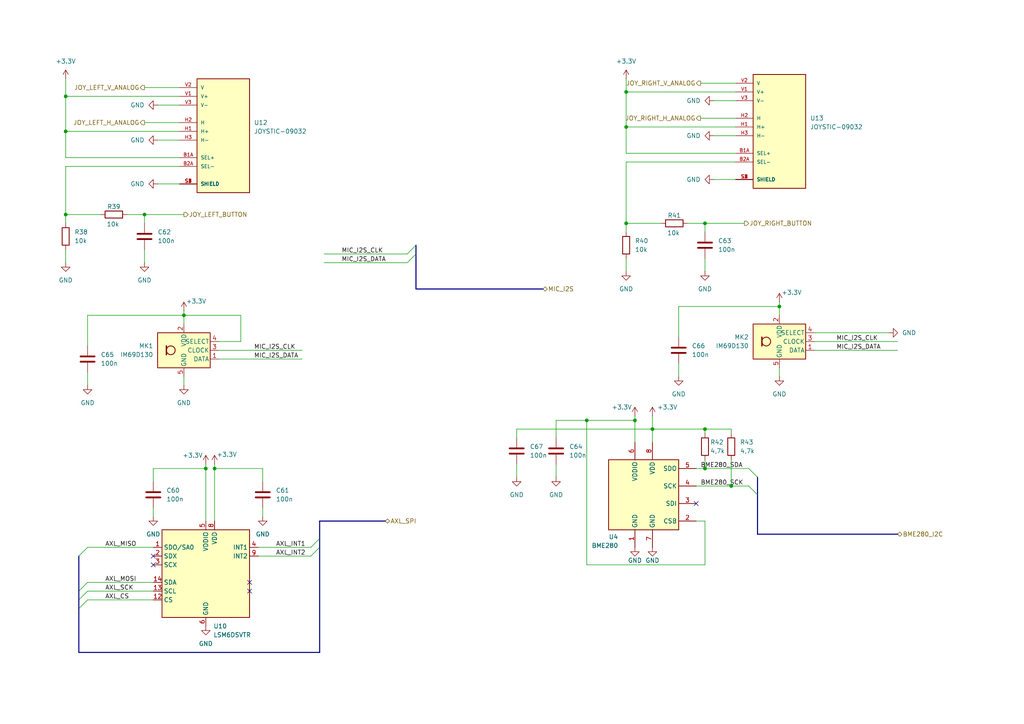
<source format=kicad_sch>
(kicad_sch (version 20231120) (generator "eeschema") (generator_version "8.0")
  (paper "A4")
  (lib_symbols
    (symbol "Device:C" (pin_numbers hide) (pin_names (offset 0.254))
      (property "Reference" "C" (at 0.635 2.54 0))
      (property "Value" "C" (at 0.635 -2.54 0))
      (symbol "C_0_1"
        (polyline (pts (xy -2.032 -0.762) (xy 2.032 -0.762)) (stroke (width 0.508)))
        (polyline (pts (xy -2.032 0.762) (xy 2.032 0.762)) (stroke (width 0.508)))
      )
      (symbol "C_1_1"
        (pin passive line (at 0 3.81 270) (length 2.794) (name "~") (number "1"))
        (pin passive line (at 0 -3.81 90) (length 2.794) (name "~") (number "2"))
      )
    )
    (symbol "Device:R" (pin_numbers hide) (pin_names (offset 0))
      (property "Reference" "R" (at 2.032 0 90))
      (property "Value" "R" (at 0 0 90))
      (symbol "R_0_1"
        (rectangle (start -1.016 -2.54) (end 1.016 2.54) (stroke (width 0.254)))
      )
      (symbol "R_1_1"
        (pin passive line (at 0 3.81 270) (length 1.27) (name "~") (number "1"))
        (pin passive line (at 0 -3.81 90) (length 1.27) (name "~") (number "2"))
      )
    )
    (symbol "Sensor:BME280"
      (property "Reference" "U" (at -8.89 11.43 0))
      (property "Value" "BME280" (at 7.62 11.43 0))
      (symbol "BME280_0_1"
        (rectangle (start -10.16 10.16) (end 10.16 -10.16) (stroke (width 0.254)) (fill (type background)))
      )
      (symbol "BME280_1_1"
        (pin power_in line (at -2.54 -15.24 90) (length 5.08) (name "GND") (number "1"))
        (pin input line (at 15.24 -7.62 180) (length 5.08) (name "CSB") (number "2"))
        (pin bidirectional line (at 15.24 -2.54 180) (length 5.08) (name "SDI") (number "3"))
        (pin input line (at 15.24 2.54 180) (length 5.08) (name "SCK") (number "4"))
        (pin bidirectional line (at 15.24 7.62 180) (length 5.08) (name "SDO") (number "5"))
        (pin power_in line (at -2.54 15.24 270) (length 5.08) (name "VDDIO") (number "6"))
        (pin power_in line (at 2.54 -15.24 90) (length 5.08) (name "GND") (number "7"))
        (pin power_in line (at 2.54 15.24 270) (length 5.08) (name "VDD") (number "8"))
      )
    )
    (symbol "Sensor_Motion:LSM6DS3"
      (property "Reference" "U" (at -11.43 15.24 0))
      (property "Value" "LSM6DS3" (at -11.43 12.7 0))
      (symbol "LSM6DS3_0_1"
        (rectangle (start -12.7 12.7) (end 12.7 -12.7) (stroke (width 0.254)) (fill (type background)))
      )
      (symbol "LSM6DS3_1_1"
        (pin bidirectional line (at -15.24 7.62 0) (length 2.54) (name "SDO/SA0") (number "1"))
        (pin no_connect line (at 12.7 -5.08 180) (length 3.81) hide (name "NC") (number "10"))
        (pin no_connect line (at 12.7 -2.54 180) (length 3.81) hide (name "NC") (number "11"))
        (pin input line (at -15.24 -7.62 0) (length 2.54) (name "CS") (number "12"))
        (pin input line (at -15.24 -5.08 0) (length 2.54) (name "SCL") (number "13"))
        (pin bidirectional line (at -15.24 -2.54 0) (length 2.54) (name "SDA") (number "14"))
        (pin bidirectional line (at -15.24 5.08 0) (length 2.54) (name "SDX") (number "2"))
        (pin input line (at -15.24 2.54 0) (length 2.54) (name "SCX") (number "3"))
        (pin output line (at 15.24 7.62 180) (length 2.54) (name "INT1") (number "4"))
        (pin power_in line (at 0 15.24 270) (length 2.54) (name "VDDIO") (number "5"))
        (pin power_in line (at 0 -15.24 90) (length 2.54) (name "GND") (number "6"))
        (pin passive line (at 0 -15.24 90) (length 2.54) hide (name "GND") (number "7"))
        (pin power_in line (at 2.54 15.24 270) (length 2.54) (name "VDD") (number "8"))
        (pin output line (at 15.24 5.08 180) (length 2.54) (name "INT2") (number "9"))
      )
    )
    (symbol "UniversalRemoteControllerLibary:COM-09032" (pin_names (offset 1.016))
      (property "Reference" "U" (at -7.62 16.002 0))
      (property "Value" "JOYSTIC-09032" (at -7.62 -20.32 0))
      (property "OrderCode" "474-COM-09032" (at 0 0 0))
      (property "Distributor" "Mouser" (at 0 0 0))
      (symbol "COM-09032_0_0"
        (rectangle (start -7.62 -17.78) (end 7.62 15.24) (stroke (width 0.254)) (fill (type background)))
        (pin passive line (at -12.7 -7.62 0) (length 5.08) (name "SEL+") (number "B1A"))
        (pin passive line (at -12.7 -10.16 0) (length 5.08) (name "SEL-") (number "B2A"))
        (pin passive line (at -12.7 0 0) (length 5.08) (name "H+") (number "H1"))
        (pin passive line (at -12.7 2.54 0) (length 5.08) (name "H") (number "H2"))
        (pin passive line (at -12.7 -2.54 0) (length 5.08) (name "H-") (number "H3"))
        (pin passive line (at -12.7 -15.24 0) (length 5.08) (name "SHIELD") (number "S1"))
        (pin passive line (at -12.7 -15.24 0) (length 5.08) (name "SHIELD") (number "S2"))
        (pin passive line (at -12.7 -15.24 0) (length 5.08) (name "SHIELD") (number "S3"))
        (pin passive line (at -12.7 -15.24 0) (length 5.08) (name "SHIELD") (number "S4"))
        (pin passive line (at -12.7 10.16 0) (length 5.08) (name "V+") (number "V1"))
        (pin passive line (at -12.7 12.7 0) (length 5.08) (name "V") (number "V2"))
        (pin passive line (at -12.7 7.62 0) (length 5.08) (name "V-") (number "V3"))
      )
    )
    (symbol "UniversalRemoteControllerLibary:IM69D130" (pin_names (offset 0.254))
      (property "Reference" "MK" (at -7.62 6.35 0))
      (property "Value" "IM69D130" (at 1.27 6.35 0))
      (symbol "IM69D130_0_1"
        (rectangle (start -7.62 5.08) (end 7.62 -5.08) (stroke (width 0.254)) (fill (type background)))
        (circle (center -3.81 0) (radius 1.27) (stroke (width 0.254)))
        (polyline (pts (xy -5.08 1.27) (xy -5.08 -1.27)) (stroke (width 0.381)))
      )
      (symbol "IM69D130_1_1"
        (pin output line (at 10.16 -2.54 180) (length 2.54) (name "DATA") (number "1"))
        (pin power_in line (at 0 7.62 270) (length 2.54) (name "VDD") (number "2"))
        (pin input line (at 10.16 0 180) (length 2.54) (name "CLOCK") (number "3"))
        (pin input line (at 10.16 2.54 180) (length 2.54) (name "SELECT") (number "4"))
        (pin power_in line (at 0 -7.62 90) (length 2.54) (name "GND") (number "5"))
      )
    )
    (symbol "power:+3.3V" (power) (pin_numbers hide) (pin_names (offset 0) hide)
      (property "Value" "+3.3V" (at 0 3.556 0))
      (symbol "+3.3V_0_1"
        (polyline (pts (xy -0.762 1.27) (xy 0 2.54)))
        (polyline (pts (xy 0 0) (xy 0 2.54)))
        (polyline (pts (xy 0 2.54) (xy 0.762 1.27)))
      )
      (symbol "+3.3V_1_1"
        (pin power_in line (at 0 0 90) (length 0) (name "~") (number "1"))
      )
    )
    (symbol "power:GND" (power) (pin_numbers hide) (pin_names (offset 0) hide)
      (property "Value" "GND" (at 0 -3.81 0))
      (symbol "GND_0_1"
        (polyline (pts (xy 0 0) (xy 0 -1.27) (xy 1.27 -1.27) (xy 0 -2.54) (xy -1.27 -1.27) (xy 0 -1.27)))
      )
      (symbol "GND_1_1"
        (pin power_in line (at 0 0 270) (length 0) (name "~") (number "1"))
      )
    )
  )
  (junction (at 53.34 91.44))
  (junction (at 226.06 88.9))
  (junction (at 170.18 121.92))
  (junction (at 19.05 27.94))
  (junction (at 59.69 135.89))
  (junction (at 41.91 62.23))
  (junction (at 184.15 121.92))
  (junction (at 181.61 26.67))
  (junction (at 181.61 64.77))
  (junction (at 204.47 124.46))
  (junction (at 204.47 64.77))
  (junction (at 212.09 140.97))
  (junction (at 189.23 124.46))
  (junction (at 19.05 62.23))
  (junction (at 62.23 135.89))
  (junction (at 204.47 135.89))
  (junction (at 19.05 38.1))
  (junction (at 181.61 36.83))
  (no_connect (at 72.39 168.91))
  (no_connect (at 44.45 161.29))
  (no_connect (at 201.93 146.05))
  (no_connect (at 44.45 163.83))
  (no_connect (at 72.39 171.45))
  (bus_entry (at 217.17 135.89) (size 2.54 2.54))
  (bus_entry (at 90.17 158.75) (size 2.54 -2.54))
  (bus_entry (at 217.17 140.97) (size 2.54 2.54))
  (bus_entry (at 22.86 173.99) (size 2.54 -2.54))
  (bus_entry (at 22.86 176.53) (size 2.54 -2.54))
  (bus_entry (at 118.11 73.66) (size 2.54 -2.54))
  (bus_entry (at 22.86 161.29) (size 2.54 -2.54))
  (bus_entry (at 90.17 161.29) (size 2.54 -2.54))
  (bus_entry (at 118.11 76.2) (size 2.54 -2.54))
  (bus_entry (at 22.86 171.45) (size 2.54 -2.54))
  (wire (pts (xy 189.23 124.46) (xy 189.23 128.27)))
  (bus (pts (xy 120.65 73.66) (xy 120.65 83.82)))
  (wire (pts (xy 44.45 135.89) (xy 59.69 135.89)))
  (wire (pts (xy 74.93 158.75) (xy 90.17 158.75)))
  (wire (pts (xy 189.23 120.65) (xy 189.23 124.46)))
  (wire (pts (xy 69.85 99.06) (xy 69.85 91.44)))
  (wire (pts (xy 59.69 135.89) (xy 59.69 151.13)))
  (wire (pts (xy 44.45 147.32) (xy 44.45 149.86)))
  (bus (pts (xy 120.65 83.82) (xy 157.48 83.82)))
  (wire (pts (xy 25.4 91.44) (xy 25.4 100.33)))
  (wire (pts (xy 204.47 163.83) (xy 170.18 163.83)))
  (wire (pts (xy 204.47 64.77) (xy 215.9 64.77)))
  (wire (pts (xy 226.06 87.63) (xy 226.06 88.9)))
  (wire (pts (xy 161.29 127) (xy 161.29 121.92)))
  (bus (pts (xy 22.86 189.23) (xy 92.71 189.23)))
  (wire (pts (xy 181.61 26.67) (xy 181.61 36.83)))
  (wire (pts (xy 199.39 64.77) (xy 204.47 64.77)))
  (wire (pts (xy 181.61 64.77) (xy 181.61 67.31)))
  (wire (pts (xy 201.93 140.97) (xy 212.09 140.97)))
  (wire (pts (xy 63.5 101.6) (xy 87.63 101.6)))
  (wire (pts (xy 69.85 91.44) (xy 53.34 91.44)))
  (wire (pts (xy 76.2 147.32) (xy 76.2 149.86)))
  (wire (pts (xy 19.05 48.26) (xy 19.05 62.23)))
  (wire (pts (xy 25.4 173.99) (xy 44.45 173.99)))
  (wire (pts (xy 204.47 151.13) (xy 204.47 163.83)))
  (wire (pts (xy 25.4 171.45) (xy 44.45 171.45)))
  (wire (pts (xy 236.22 99.06) (xy 260.35 99.06)))
  (wire (pts (xy 25.4 91.44) (xy 53.34 91.44)))
  (wire (pts (xy 236.22 96.52) (xy 257.81 96.52)))
  (wire (pts (xy 213.36 46.99) (xy 181.61 46.99)))
  (wire (pts (xy 53.34 109.22) (xy 53.34 111.76)))
  (wire (pts (xy 53.34 90.17) (xy 53.34 91.44)))
  (wire (pts (xy 207.01 52.07) (xy 213.36 52.07)))
  (wire (pts (xy 207.01 39.37) (xy 213.36 39.37)))
  (wire (pts (xy 161.29 121.92) (xy 170.18 121.92)))
  (wire (pts (xy 76.2 139.7) (xy 76.2 135.89)))
  (wire (pts (xy 93.98 76.2) (xy 118.11 76.2)))
  (wire (pts (xy 36.83 62.23) (xy 41.91 62.23)))
  (bus (pts (xy 92.71 151.13) (xy 111.76 151.13)))
  (wire (pts (xy 93.98 73.66) (xy 118.11 73.66)))
  (wire (pts (xy 196.85 105.41) (xy 196.85 109.22)))
  (bus (pts (xy 92.71 158.75) (xy 92.71 156.21)))
  (wire (pts (xy 181.61 64.77) (xy 191.77 64.77)))
  (bus (pts (xy 22.86 176.53) (xy 22.86 189.23)))
  (wire (pts (xy 19.05 62.23) (xy 29.21 62.23)))
  (wire (pts (xy 161.29 134.62) (xy 161.29 138.43)))
  (wire (pts (xy 196.85 88.9) (xy 226.06 88.9)))
  (wire (pts (xy 201.93 135.89) (xy 204.47 135.89)))
  (wire (pts (xy 226.06 88.9) (xy 226.06 91.44)))
  (bus (pts (xy 22.86 173.99) (xy 22.86 176.53)))
  (wire (pts (xy 45.72 40.64) (xy 52.07 40.64)))
  (bus (pts (xy 92.71 156.21) (xy 92.71 151.13)))
  (bus (pts (xy 219.71 138.43) (xy 219.71 143.51)))
  (wire (pts (xy 25.4 158.75) (xy 44.45 158.75)))
  (wire (pts (xy 62.23 135.89) (xy 62.23 151.13)))
  (wire (pts (xy 184.15 120.65) (xy 184.15 121.92)))
  (wire (pts (xy 25.4 168.91) (xy 44.45 168.91)))
  (wire (pts (xy 149.86 124.46) (xy 189.23 124.46)))
  (wire (pts (xy 63.5 99.06) (xy 69.85 99.06)))
  (bus (pts (xy 92.71 189.23) (xy 92.71 158.75)))
  (wire (pts (xy 212.09 125.73) (xy 212.09 124.46)))
  (bus (pts (xy 22.86 161.29) (xy 22.86 171.45)))
  (bus (pts (xy 219.71 143.51) (xy 219.71 154.94)))
  (wire (pts (xy 25.4 107.95) (xy 25.4 111.76)))
  (bus (pts (xy 120.65 71.12) (xy 120.65 73.66)))
  (wire (pts (xy 76.2 135.89) (xy 62.23 135.89)))
  (wire (pts (xy 41.91 62.23) (xy 41.91 64.77)))
  (wire (pts (xy 207.01 29.21) (xy 213.36 29.21)))
  (wire (pts (xy 59.69 134.62) (xy 59.69 135.89)))
  (wire (pts (xy 204.47 124.46) (xy 189.23 124.46)))
  (wire (pts (xy 181.61 22.86) (xy 181.61 26.67)))
  (wire (pts (xy 53.34 91.44) (xy 53.34 93.98)))
  (wire (pts (xy 45.72 30.48) (xy 52.07 30.48)))
  (wire (pts (xy 62.23 134.62) (xy 62.23 135.89)))
  (wire (pts (xy 19.05 62.23) (xy 19.05 64.77)))
  (wire (pts (xy 181.61 26.67) (xy 213.36 26.67)))
  (wire (pts (xy 204.47 133.35) (xy 204.47 135.89)))
  (wire (pts (xy 44.45 139.7) (xy 44.45 135.89)))
  (wire (pts (xy 204.47 124.46) (xy 212.09 124.46)))
  (wire (pts (xy 41.91 62.23) (xy 53.34 62.23)))
  (wire (pts (xy 204.47 74.93) (xy 204.47 78.74)))
  (wire (pts (xy 170.18 121.92) (xy 184.15 121.92)))
  (wire (pts (xy 203.2 24.13) (xy 213.36 24.13)))
  (wire (pts (xy 74.93 161.29) (xy 90.17 161.29)))
  (wire (pts (xy 149.86 127) (xy 149.86 124.46)))
  (wire (pts (xy 19.05 38.1) (xy 19.05 27.94)))
  (wire (pts (xy 41.91 25.4) (xy 52.07 25.4)))
  (wire (pts (xy 213.36 36.83) (xy 181.61 36.83)))
  (wire (pts (xy 204.47 125.73) (xy 204.47 124.46)))
  (wire (pts (xy 181.61 74.93) (xy 181.61 78.74)))
  (wire (pts (xy 52.07 45.72) (xy 19.05 45.72)))
  (wire (pts (xy 52.07 38.1) (xy 19.05 38.1)))
  (wire (pts (xy 204.47 151.13) (xy 201.93 151.13)))
  (wire (pts (xy 52.07 48.26) (xy 19.05 48.26)))
  (wire (pts (xy 181.61 44.45) (xy 181.61 36.83)))
  (bus (pts (xy 22.86 171.45) (xy 22.86 173.99)))
  (wire (pts (xy 184.15 121.92) (xy 184.15 128.27)))
  (wire (pts (xy 19.05 22.86) (xy 19.05 27.94)))
  (wire (pts (xy 212.09 140.97) (xy 217.17 140.97)))
  (wire (pts (xy 45.72 53.34) (xy 52.07 53.34)))
  (wire (pts (xy 204.47 64.77) (xy 204.47 67.31)))
  (wire (pts (xy 63.5 104.14) (xy 87.63 104.14)))
  (bus (pts (xy 219.71 154.94) (xy 260.35 154.94)))
  (wire (pts (xy 149.86 134.62) (xy 149.86 138.43)))
  (wire (pts (xy 213.36 44.45) (xy 181.61 44.45)))
  (wire (pts (xy 170.18 163.83) (xy 170.18 121.92)))
  (wire (pts (xy 41.91 35.56) (xy 52.07 35.56)))
  (wire (pts (xy 19.05 45.72) (xy 19.05 38.1)))
  (wire (pts (xy 236.22 101.6) (xy 260.35 101.6)))
  (wire (pts (xy 204.47 135.89) (xy 217.17 135.89)))
  (wire (pts (xy 19.05 72.39) (xy 19.05 76.2)))
  (wire (pts (xy 41.91 72.39) (xy 41.91 76.2)))
  (wire (pts (xy 196.85 88.9) (xy 196.85 97.79)))
  (wire (pts (xy 19.05 27.94) (xy 52.07 27.94)))
  (wire (pts (xy 181.61 46.99) (xy 181.61 64.77)))
  (wire (pts (xy 203.2 34.29) (xy 213.36 34.29)))
  (wire (pts (xy 226.06 106.68) (xy 226.06 109.22)))
  (wire (pts (xy 212.09 133.35) (xy 212.09 140.97)))
  (label "MIC_I2S_CLK" (at 242.57 99.06 0))
  (label "BME280_SDA" (at 203.2 135.89 0))
  (label "AXL_INT2" (at 80.01 161.29 0))
  (label "MIC_I2S_DATA" (at 99.06 76.2 0))
  (label "MIC_I2S_DATA" (at 242.57 101.6 0))
  (label "AXL_MISO" (at 30.48 158.75 0))
  (label "AXL_MOSI" (at 30.48 168.91 0))
  (label "MIC_I2S_CLK" (at 73.66 101.6 0))
  (label "AXL_CS" (at 30.48 173.99 0))
  (label "AXL_SCK" (at 30.48 171.45 0))
  (label "MIC_I2S_CLK" (at 99.06 73.66 0))
  (label "MIC_I2S_DATA" (at 73.66 104.14 0))
  (label "AXL_INT1" (at 80.01 158.75 0))
  (label "BME280_SCK" (at 203.2 140.97 0))
  (hierarchical_label "JOY_LEFT_H_ANALOG" (shape output) (at 41.91 35.56 180))
  (hierarchical_label "BME280_I2C" (shape bidirectional) (at 260.35 154.94 0))
  (hierarchical_label "JOY_LEFT_V_ANALOG" (shape output) (at 41.91 25.4 180))
  (hierarchical_label "JOY_RIGHT_V_ANALOG" (shape output) (at 203.2 24.13 180))
  (hierarchical_label "JOY_RIGHT_BUTTON" (shape output) (at 215.9 64.77 0))
  (hierarchical_label "JOY_RIGHT_H_ANALOG" (shape output) (at 203.2 34.29 180))
  (hierarchical_label "AXL_SPI" (shape bidirectional) (at 111.76 151.13 0))
  (hierarchical_label "MIC_I2S" (shape bidirectional) (at 157.48 83.82 0))
  (hierarchical_label "JOY_LEFT_BUTTON" (shape output) (at 53.34 62.23 0))
  (symbol (lib_id "Device:R") (at 204.47 129.54 0) (unit 1)
    (property "Reference" "R42" (at 205.994 128.27 0) (effects (justify left)))
    (property "Value" "4,7k" (at 205.994 130.81 0) (effects (justify left)))
    (property "Footprint" "Capacitor_SMD:C_0402_1005Metric" (effects (hide yes)))
    (property "Description" "Resistor" (effects (hide yes)))
  )
  (symbol (lib_id "Sensor_Motion:LSM6DS3") (at 59.69 166.37 0) (unit 1)
    (property "Reference" "U10" (at 61.8841 181.61 0) (effects (justify left)))
    (property "Value" "LSM6DSVTR" (at 61.8841 184.15 0) (effects (justify left)))
    (property "Footprint" "Package_LGA:LGA-14_3x2.5mm_P0.5mm_LayoutBorder3x4y" (effects (hide yes)))
    (property "Datasheet" "https://hu.mouser.com/datasheet/2/389/lsm6dsv-3006811.pdf" (effects (hide yes)))
    (property "Description" "I2C/SPI, iNEMO inertial module: always-on 3D accelerometer and 3D gyroscope" (effects (hide yes)))
    (property "OrderCode" "511-LSM6DSVTR" (effects (hide yes)))
    (property "Distributor" "Mouser" (effects (hide yes)))
  )
  (symbol (lib_id "power:+3.3V") (at 184.15 120.65 0) (unit 1)
    (property "Reference" "#PWR0140" (effects (hide yes)))
    (property "Value" "+3.3V" (at 180.34 118.11 0))
    (property "Description" "Power symbol creates a global label with name \"+3.3V\"" (effects (hide yes)))
  )
  (symbol (lib_id "UniversalRemoteControllerLibary:IM69D130") (at 53.34 101.6 0) (unit 1)
    (property "Reference" "MK1" (at 44.45 100.3299 0) (effects (justify right)))
    (property "Value" "IM69D130" (at 44.45 102.8699 0) (effects (justify right)))
    (property "Footprint" "UniversalRemoteControllerLibrary:Infineon_PG-LLGA-5-1" (effects (hide yes)))
    (property "Datasheet" "https://www.infineon.com/dgdl/Infineon-IM69D130-DS-v01_00-EN.pdf?fileId=5546d462602a9dc801607a0e46511a2e" (effects (hide yes)))
    (property "Description" "High performance digital XENSIV MEMS microphone, -36 dBFS Sensitivity, LLGA-5" (effects (hide yes)))
  )
  (symbol (lib_id "Device:R") (at 19.05 68.58 0) (unit 1)
    (property "Reference" "R38" (at 21.59 67.3099 0) (effects (justify left)))
    (property "Value" "10k" (at 21.59 69.8499 0) (effects (justify left)))
    (property "Footprint" "Capacitor_SMD:C_0402_1005Metric" (effects (hide yes)))
    (property "Description" "Resistor" (effects (hide yes)))
  )
  (symbol (lib_id "Device:R") (at 181.61 71.12 0) (unit 1)
    (property "Reference" "R40" (at 184.15 69.8499 0) (effects (justify left)))
    (property "Value" "10k" (at 184.15 72.3899 0) (effects (justify left)))
    (property "Footprint" "Capacitor_SMD:C_0402_1005Metric" (effects (hide yes)))
    (property "Description" "Resistor" (effects (hide yes)))
  )
  (symbol (lib_id "Device:C") (at 41.91 68.58 0) (unit 1)
    (property "Reference" "C62" (at 45.72 67.3099 0) (effects (justify left)))
    (property "Value" "100n" (at 45.72 69.8499 0) (effects (justify left)))
    (property "Footprint" "Capacitor_SMD:C_0402_1005Metric" (effects (hide yes)))
    (property "Description" "Unpolarized capacitor" (effects (hide yes)))
  )
  (symbol (lib_id "Device:R") (at 33.02 62.23 90) (unit 1)
    (property "Reference" "R39" (at 33.02 59.944 90))
    (property "Value" "10k" (at 32.766 65.024 90))
    (property "Footprint" "Capacitor_SMD:C_0402_1005Metric" (effects (hide yes)))
    (property "Description" "Resistor" (effects (hide yes)))
  )
  (symbol (lib_id "power:GND") (at 41.91 76.2 0) (unit 1)
    (property "Reference" "#PWR0135" (effects (hide yes)))
    (property "Value" "GND" (at 41.91 81.28 0))
    (property "Description" "Power symbol creates a global label with name \"GND\" , ground" (effects (hide yes)))
  )
  (symbol (lib_id "power:+3.3V") (at 19.05 22.86 0) (unit 1)
    (property "Reference" "#PWR0127" (effects (hide yes)))
    (property "Value" "+3.3V" (at 19.05 17.78 0))
    (property "Description" "Power symbol creates a global label with name \"+3.3V\"" (effects (hide yes)))
  )
  (symbol (lib_id "power:GND") (at 257.81 96.52 90) (unit 1)
    (property "Reference" "#PWR0148" (effects (hide yes)))
    (property "Value" "GND" (at 261.62 96.5199 90) (effects (justify right)))
    (property "Description" "Power symbol creates a global label with name \"GND\" , ground" (effects (hide yes)))
  )
  (symbol (lib_id "power:GND") (at 149.86 138.43 0) (unit 1)
    (property "Reference" "#PWR0149" (effects (hide yes)))
    (property "Value" "GND" (at 149.86 143.51 0))
    (property "Description" "Power symbol creates a global label with name \"GND\" , ground" (effects (hide yes)))
  )
  (symbol (lib_id "power:+3.3V") (at 53.34 90.17 0) (unit 1)
    (property "Reference" "#PWR0144" (effects (hide yes)))
    (property "Value" "+3.3V" (at 56.896 87.376 0))
    (property "Description" "Power symbol creates a global label with name \"+3.3V\"" (effects (hide yes)))
  )
  (symbol (lib_id "power:GND") (at 226.06 109.22 0) (unit 1)
    (property "Reference" "#PWR0143" (effects (hide yes)))
    (property "Value" "GND" (at 226.06 114.3 0))
    (property "Description" "Power symbol creates a global label with name \"GND\" , ground" (effects (hide yes)))
  )
  (symbol (lib_id "power:GND") (at 184.15 158.75 0) (unit 1)
    (property "Reference" "#PWR097" (effects (hide yes)))
    (property "Value" "GND" (at 184.15 162.56 0))
    (property "Description" "Power symbol creates a global label with name \"GND\" , ground" (effects (hide yes)))
  )
  (symbol (lib_id "Device:C") (at 196.85 101.6 0) (unit 1)
    (property "Reference" "C66" (at 200.66 100.3299 0) (effects (justify left)))
    (property "Value" "100n" (at 200.66 102.8699 0) (effects (justify left)))
    (property "Footprint" "Capacitor_SMD:C_0402_1005Metric" (effects (hide yes)))
    (property "Description" "Unpolarized capacitor" (effects (hide yes)))
  )
  (symbol (lib_id "power:GND") (at 44.45 149.86 0) (unit 1)
    (property "Reference" "#PWR0132" (effects (hide yes)))
    (property "Value" "GND" (at 44.45 154.94 0))
    (property "Description" "Power symbol creates a global label with name \"GND\" , ground" (effects (hide yes)))
  )
  (symbol (lib_id "power:+3.3V") (at 181.61 22.86 0) (unit 1)
    (property "Reference" "#PWR0128" (effects (hide yes)))
    (property "Value" "+3.3V" (at 181.61 17.78 0))
    (property "Description" "Power symbol creates a global label with name \"+3.3V\"" (effects (hide yes)))
  )
  (symbol (lib_id "power:GND") (at 181.61 78.74 0) (unit 1)
    (property "Reference" "#PWR0136" (effects (hide yes)))
    (property "Value" "GND" (at 181.61 83.82 0))
    (property "Description" "Power symbol creates a global label with name \"GND\" , ground" (effects (hide yes)))
  )
  (symbol (lib_id "power:+3.3V") (at 189.23 120.65 0) (unit 1)
    (property "Reference" "#PWR0141" (effects (hide yes)))
    (property "Value" "+3.3V" (at 193.548 118.11 0))
    (property "Description" "Power symbol creates a global label with name \"+3.3V\"" (effects (hide yes)))
  )
  (symbol (lib_id "power:GND") (at 204.47 78.74 0) (unit 1)
    (property "Reference" "#PWR0137" (effects (hide yes)))
    (property "Value" "GND" (at 204.47 83.82 0))
    (property "Description" "Power symbol creates a global label with name \"GND\" , ground" (effects (hide yes)))
  )
  (symbol (lib_id "Device:C") (at 161.29 130.81 0) (unit 1)
    (property "Reference" "C64" (at 165.1 129.5399 0) (effects (justify left)))
    (property "Value" "100n" (at 165.1 132.0799 0) (effects (justify left)))
    (property "Footprint" "Capacitor_SMD:C_0402_1005Metric" (effects (hide yes)))
    (property "Description" "Unpolarized capacitor" (effects (hide yes)))
  )
  (symbol (lib_id "Device:C") (at 76.2 143.51 0) (unit 1)
    (property "Reference" "C61" (at 80.01 142.2399 0) (effects (justify left)))
    (property "Value" "100n" (at 80.01 144.7799 0) (effects (justify left)))
    (property "Footprint" "Capacitor_SMD:C_0402_1005Metric" (effects (hide yes)))
    (property "Description" "Unpolarized capacitor" (effects (hide yes)))
  )
  (symbol (lib_id "Device:C") (at 44.45 143.51 0) (unit 1)
    (property "Reference" "C60" (at 48.26 142.2399 0) (effects (justify left)))
    (property "Value" "100n" (at 48.26 144.7799 0) (effects (justify left)))
    (property "Footprint" "Capacitor_SMD:C_0402_1005Metric" (effects (hide yes)))
    (property "Description" "Unpolarized capacitor" (effects (hide yes)))
  )
  (symbol (lib_id "Device:C") (at 204.47 71.12 0) (unit 1)
    (property "Reference" "C63" (at 208.28 69.8499 0) (effects (justify left)))
    (property "Value" "100n" (at 208.28 72.3899 0) (effects (justify left)))
    (property "Footprint" "Capacitor_SMD:C_0402_1005Metric" (effects (hide yes)))
    (property "Description" "Unpolarized capacitor" (effects (hide yes)))
  )
  (symbol (lib_id "power:GND") (at 189.23 158.75 0) (unit 1)
    (property "Reference" "#PWR096" (effects (hide yes)))
    (property "Value" "GND" (at 189.23 162.56 0))
    (property "Description" "Power symbol creates a global label with name \"GND\" , ground" (effects (hide yes)))
  )
  (symbol (lib_id "power:+3.3V") (at 226.06 87.63 0) (unit 1)
    (property "Reference" "#PWR0145" (effects (hide yes)))
    (property "Value" "+3.3V" (at 229.616 84.836 0))
    (property "Description" "Power symbol creates a global label with name \"+3.3V\"" (effects (hide yes)))
  )
  (symbol (lib_id "power:GND") (at 19.05 76.2 0) (unit 1)
    (property "Reference" "#PWR0134" (effects (hide yes)))
    (property "Value" "GND" (at 19.05 81.28 0))
    (property "Description" "Power symbol creates a global label with name \"GND\" , ground" (effects (hide yes)))
  )
  (symbol (lib_id "Device:R") (at 212.09 129.54 0) (unit 1)
    (property "Reference" "R43" (at 214.63 128.2699 0) (effects (justify left)))
    (property "Value" "4,7k" (at 214.63 130.8099 0) (effects (justify left)))
    (property "Footprint" "Capacitor_SMD:C_0402_1005Metric" (effects (hide yes)))
    (property "Description" "Resistor" (effects (hide yes)))
  )
  (symbol (lib_id "power:GND") (at 25.4 111.76 0) (unit 1)
    (property "Reference" "#PWR0146" (effects (hide yes)))
    (property "Value" "GND" (at 25.4 116.84 0))
    (property "Description" "Power symbol creates a global label with name \"GND\" , ground" (effects (hide yes)))
  )
  (symbol (lib_id "power:GND") (at 45.72 30.48 270) (unit 1)
    (property "Reference" "#PWR0122" (effects (hide yes)))
    (property "Value" "GND" (at 41.91 30.4799 90) (effects (justify right)))
    (property "Description" "Power symbol creates a global label with name \"GND\" , ground" (effects (hide yes)))
  )
  (symbol (lib_id "power:GND") (at 45.72 53.34 270) (unit 1)
    (property "Reference" "#PWR0123" (effects (hide yes)))
    (property "Value" "GND" (at 41.91 53.3399 90) (effects (justify right)))
    (property "Description" "Power symbol creates a global label with name \"GND\" , ground" (effects (hide yes)))
  )
  (symbol (lib_id "power:GND") (at 53.34 111.76 0) (unit 1)
    (property "Reference" "#PWR0138" (effects (hide yes)))
    (property "Value" "GND" (at 53.34 116.84 0))
    (property "Description" "Power symbol creates a global label with name \"GND\" , ground" (effects (hide yes)))
  )
  (symbol (lib_id "UniversalRemoteControllerLibary:COM-09032") (at 64.77 38.1 0) (unit 1)
    (property "Reference" "U12" (at 73.66 35.5599 0) (effects (justify left)))
    (property "Value" "JOYSTIC-09032" (at 73.66 38.0999 0) (effects (justify left)))
    (property "Footprint" "UniversalRemoteControllerLibrary:XDCR_COM-09032" (effects (hide yes)))
    (property "MF" "SparkFun Electronics" (effects (hide yes)))
    (property "MAXIMUM_PACKAGE_HEIGHT" "30.1mm" (effects (hide yes)))
    (property "Package" "Package" (effects (hide yes)))
    (property "Price" "None" (effects (hide yes)))
    (property "Check_prices" "https://www.snapeda.com/parts/COM-09032/SparkFun+Electronics/view-part/?ref=eda" (effects (hide yes)))
    (property "STANDARD" "Manufacturer Recommendations" (effects (hide yes)))
    (property "PARTREV" "N/A" (effects (hide yes)))
    (property "SnapEDA_Link" "https://www.snapeda.com/parts/COM-09032/SparkFun+Electronics/view-part/?ref=snap" (effects (hide yes)))
    (property "MP" "COM-09032" (effects (hide yes)))
    (property "Purchase-URL" "https://www.snapeda.com/api/url_track_click_mouser/?unipart_id=888157&manufacturer=SparkFun Electronics&part_name=COM-09032&search_term=joystic" (effects (hide yes)))
    (property "Description_1" "\nJoystick, 2 - Axis Analog (Resistive) Output\n" (effects (hide yes)))
    (property "Availability" "In Stock" (effects (hide yes)))
    (property "MANUFACTURER" "SparkFun Electronics" (effects (hide yes)))
    (property "OrderCode" "474-COM-09032" (effects (hide yes)))
    (property "Distributor" "Mouser" (effects (hide yes)))
  )
  (symbol (lib_id "Device:C") (at 25.4 104.14 0) (unit 1)
    (property "Reference" "C65" (at 29.21 102.8699 0) (effects (justify left)))
    (property "Value" "100n" (at 29.21 105.4099 0) (effects (justify left)))
    (property "Footprint" "Capacitor_SMD:C_0402_1005Metric" (effects (hide yes)))
    (property "Description" "Unpolarized capacitor" (effects (hide yes)))
  )
  (symbol (lib_id "power:+3.3V") (at 62.23 134.62 0) (unit 1)
    (property "Reference" "#PWR0139" (effects (hide yes)))
    (property "Value" "+3.3V" (at 65.786 131.826 0))
    (property "Description" "Power symbol creates a global label with name \"+3.3V\"" (effects (hide yes)))
  )
  (symbol (lib_id "power:+3.3V") (at 59.69 134.62 0) (unit 1)
    (property "Reference" "#PWR0131" (effects (hide yes)))
    (property "Value" "+3.3V" (at 55.88 132.08 0))
    (property "Description" "Power symbol creates a global label with name \"+3.3V\"" (effects (hide yes)))
  )
  (symbol (lib_id "power:GND") (at 196.85 109.22 0) (unit 1)
    (property "Reference" "#PWR0147" (effects (hide yes)))
    (property "Value" "GND" (at 196.85 114.3 0))
    (property "Description" "Power symbol creates a global label with name \"GND\" , ground" (effects (hide yes)))
  )
  (symbol (lib_id "UniversalRemoteControllerLibary:IM69D130") (at 226.06 99.06 0) (unit 1)
    (property "Reference" "MK2" (at 217.17 97.7899 0) (effects (justify right)))
    (property "Value" "IM69D130" (at 217.17 100.3299 0) (effects (justify right)))
    (property "Footprint" "UniversalRemoteControllerLibrary:Infineon_PG-LLGA-5-1" (effects (hide yes)))
    (property "Datasheet" "https://www.infineon.com/dgdl/Infineon-IM69D130-DS-v01_00-EN.pdf?fileId=5546d462602a9dc801607a0e46511a2e" (effects (hide yes)))
    (property "Description" "High performance digital XENSIV MEMS microphone, -36 dBFS Sensitivity, LLGA-5" (effects (hide yes)))
  )
  (symbol (lib_id "Device:R") (at 195.58 64.77 90) (unit 1)
    (property "Reference" "R41" (at 195.58 62.484 90))
    (property "Value" "10k" (at 195.326 67.564 90))
    (property "Footprint" "Capacitor_SMD:C_0402_1005Metric" (effects (hide yes)))
    (property "Description" "Resistor" (effects (hide yes)))
  )
  (symbol (lib_id "power:GND") (at 59.69 181.61 0) (unit 1)
    (property "Reference" "#PWR099" (effects (hide yes)))
    (property "Value" "GND" (at 59.69 186.69 0))
    (property "Description" "Power symbol creates a global label with name \"GND\" , ground" (effects (hide yes)))
  )
  (symbol (lib_id "power:GND") (at 76.2 149.86 0) (unit 1)
    (property "Reference" "#PWR0133" (effects (hide yes)))
    (property "Value" "GND" (at 76.2 154.94 0))
    (property "Description" "Power symbol creates a global label with name \"GND\" , ground" (effects (hide yes)))
  )
  (symbol (lib_id "power:GND") (at 207.01 29.21 270) (unit 1)
    (property "Reference" "#PWR0124" (effects (hide yes)))
    (property "Value" "GND" (at 203.2 29.2099 90) (effects (justify right)))
    (property "Description" "Power symbol creates a global label with name \"GND\" , ground" (effects (hide yes)))
  )
  (symbol (lib_id "Device:C") (at 149.86 130.81 0) (unit 1)
    (property "Reference" "C67" (at 153.67 129.5399 0) (effects (justify left)))
    (property "Value" "100n" (at 153.67 132.0799 0) (effects (justify left)))
    (property "Footprint" "Capacitor_SMD:C_0402_1005Metric" (effects (hide yes)))
    (property "Description" "Unpolarized capacitor" (effects (hide yes)))
  )
  (symbol (lib_id "power:GND") (at 207.01 52.07 270) (unit 1)
    (property "Reference" "#PWR0126" (effects (hide yes)))
    (property "Value" "GND" (at 203.2 52.0699 90) (effects (justify right)))
    (property "Description" "Power symbol creates a global label with name \"GND\" , ground" (effects (hide yes)))
  )
  (symbol (lib_id "power:GND") (at 207.01 39.37 270) (unit 1)
    (property "Reference" "#PWR0125" (effects (hide yes)))
    (property "Value" "GND" (at 203.2 39.3699 90) (effects (justify right)))
    (property "Description" "Power symbol creates a global label with name \"GND\" , ground" (effects (hide yes)))
  )
  (symbol (lib_id "power:GND") (at 161.29 138.43 0) (unit 1)
    (property "Reference" "#PWR0142" (effects (hide yes)))
    (property "Value" "GND" (at 161.29 143.51 0))
    (property "Description" "Power symbol creates a global label with name \"GND\" , ground" (effects (hide yes)))
  )
  (symbol (lib_id "power:GND") (at 45.72 40.64 270) (unit 1)
    (property "Reference" "#PWR0121" (effects (hide yes)))
    (property "Value" "GND" (at 41.91 40.6399 90) (effects (justify right)))
    (property "Description" "Power symbol creates a global label with name \"GND\" , ground" (effects (hide yes)))
  )
  (symbol (lib_id "Sensor:BME280") (at 186.69 143.51 0) (unit 1)
    (property "Reference" "U4" (at 179.324 155.702 0) (effects (justify right)))
    (property "Value" "BME280" (at 179.324 158.242 0) (effects (justify right)))
    (property "Footprint" "Package_LGA:Bosch_LGA-8_2.5x2.5mm_P0.65mm_ClockwisePinNumbering" (effects (hide yes)))
    (property "Datasheet" "https://www.bosch-sensortec.com/media/boschsensortec/downloads/datasheets/bst-bme280-ds002.pdf" (effects (hide yes)))
    (property "Description" "3-in-1 sensor, humidity, pressure, temperature, I2C and SPI interface, 1.71-3.6V, LGA-8" (effects (hide yes)))
  )
  (symbol (lib_id "UniversalRemoteControllerLibary:COM-09032") (at 226.06 36.83 0) (unit 1)
    (property "Reference" "U13" (at 234.95 34.2899 0) (effects (justify left)))
    (property "Value" "JOYSTIC-09032" (at 234.95 36.8299 0) (effects (justify left)))
    (property "Footprint" "UniversalRemoteControllerLibrary:XDCR_COM-09032" (effects (hide yes)))
    (property "MF" "SparkFun Electronics" (effects (hide yes)))
    (property "MAXIMUM_PACKAGE_HEIGHT" "30.1mm" (effects (hide yes)))
    (property "Package" "Package" (effects (hide yes)))
    (property "Price" "None" (effects (hide yes)))
    (property "Check_prices" "https://www.snapeda.com/parts/COM-09032/SparkFun+Electronics/view-part/?ref=eda" (effects (hide yes)))
    (property "STANDARD" "Manufacturer Recommendations" (effects (hide yes)))
    (property "PARTREV" "N/A" (effects (hide yes)))
    (property "SnapEDA_Link" "https://www.snapeda.com/parts/COM-09032/SparkFun+Electronics/view-part/?ref=snap" (effects (hide yes)))
    (property "MP" "COM-09032" (effects (hide yes)))
    (property "Purchase-URL" "https://www.snapeda.com/api/url_track_click_mouser/?unipart_id=888157&manufacturer=SparkFun Electronics&part_name=COM-09032&search_term=joystic" (effects (hide yes)))
    (property "Description_1" "\nJoystick, 2 - Axis Analog (Resistive) Output\n" (effects (hide yes)))
    (property "Availability" "In Stock" (effects (hide yes)))
    (property "MANUFACTURER" "SparkFun Electronics" (effects (hide yes)))
    (property "OrderCode" "474-COM-09032" (effects (hide yes)))
    (property "Distributor" "Mouser" (effects (hide yes)))
  )
)
</source>
